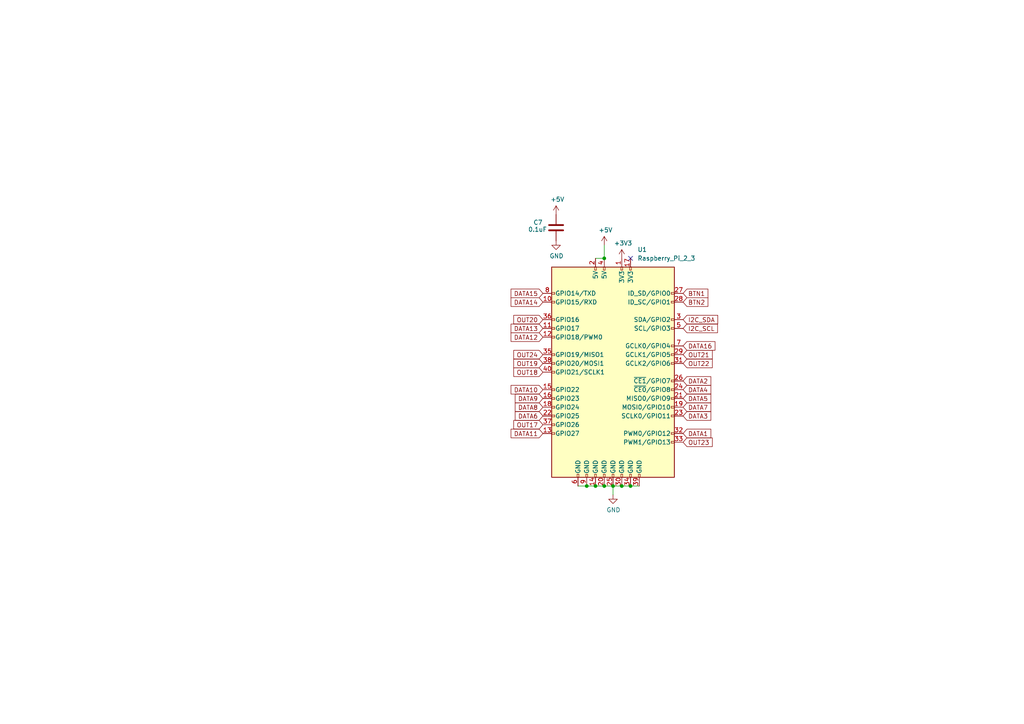
<source format=kicad_sch>
(kicad_sch (version 20211123) (generator eeschema)
  (paper "A4")
  (title_block (title "Pi_Zero_W_16") (date "2022-08-20") (rev "v1") (company "Scott Hanson"))
  (lib_symbols
    (symbol "Connector:Raspberry_Pi_2_3" (pin_names (offset 1.016))
      (property "Reference" "J" (at -17.78 31.75 0))
      (property "Value" "Raspberry_Pi_2_3" (at 10.16 -31.75 0))
      (symbol "Raspberry_Pi_2_3_0_1"
        (rectangle (start -17.78 30.48) (end 17.78 -30.48) (stroke (width 0.254)) (fill (type background)))
      )
      (symbol "Raspberry_Pi_2_3_1_1"
        (rectangle (start -16.891 -17.526) (end -17.78 -18.034))
        (rectangle (start -16.891 -14.986) (end -17.78 -15.494))
        (rectangle (start -16.891 -12.446) (end -17.78 -12.954))
        (rectangle (start -16.891 -9.906) (end -17.78 -10.414))
        (rectangle (start -16.891 -7.366) (end -17.78 -7.874))
        (rectangle (start -16.891 -4.826) (end -17.78 -5.334))
        (rectangle (start -16.891 0.254) (end -17.78 -0.254))
        (rectangle (start -16.891 2.794) (end -17.78 2.286))
        (rectangle (start -16.891 5.334) (end -17.78 4.826))
        (rectangle (start -16.891 10.414) (end -17.78 9.906))
        (rectangle (start -16.891 12.954) (end -17.78 12.446))
        (rectangle (start -16.891 15.494) (end -17.78 14.986))
        (rectangle (start -16.891 20.574) (end -17.78 20.066))
        (rectangle (start -16.891 23.114) (end -17.78 22.606))
        (rectangle (start -10.414 -29.591) (end -9.906 -30.48))
        (rectangle (start -7.874 -29.591) (end -7.366 -30.48))
        (rectangle (start -5.334 -29.591) (end -4.826 -30.48))
        (rectangle (start -5.334 30.48) (end -4.826 29.591))
        (rectangle (start -2.794 -29.591) (end -2.286 -30.48))
        (rectangle (start -2.794 30.48) (end -2.286 29.591))
        (rectangle (start -0.254 -29.591) (end 0.254 -30.48))
        (rectangle (start 2.286 -29.591) (end 2.794 -30.48))
        (rectangle (start 2.286 30.48) (end 2.794 29.591))
        (rectangle (start 4.826 -29.591) (end 5.334 -30.48))
        (rectangle (start 4.826 30.48) (end 5.334 29.591))
        (rectangle (start 7.366 -29.591) (end 7.874 -30.48))
        (rectangle (start 17.78 -20.066) (end 16.891 -20.574))
        (rectangle (start 17.78 -17.526) (end 16.891 -18.034))
        (rectangle (start 17.78 -12.446) (end 16.891 -12.954))
        (rectangle (start 17.78 -9.906) (end 16.891 -10.414))
        (rectangle (start 17.78 -7.366) (end 16.891 -7.874))
        (rectangle (start 17.78 -4.826) (end 16.891 -5.334))
        (rectangle (start 17.78 -2.286) (end 16.891 -2.794))
        (rectangle (start 17.78 2.794) (end 16.891 2.286))
        (rectangle (start 17.78 5.334) (end 16.891 4.826))
        (rectangle (start 17.78 7.874) (end 16.891 7.366))
        (rectangle (start 17.78 12.954) (end 16.891 12.446))
        (rectangle (start 17.78 15.494) (end 16.891 14.986))
        (rectangle (start 17.78 20.574) (end 16.891 20.066))
        (rectangle (start 17.78 23.114) (end 16.891 22.606))
        (pin power_in line (at 2.54 33.02 270) (length 2.54) (name "3V3") (number "1"))
        (pin bidirectional line (at -20.32 20.32 0) (length 2.54) (name "GPIO15/RXD") (number "10"))
        (pin bidirectional line (at -20.32 12.7 0) (length 2.54) (name "GPIO17") (number "11"))
        (pin bidirectional line (at -20.32 10.16 0) (length 2.54) (name "GPIO18/PWM0") (number "12"))
        (pin bidirectional line (at -20.32 -17.78 0) (length 2.54) (name "GPIO27") (number "13"))
        (pin power_in line (at -5.08 -33.02 90) (length 2.54) (name "GND") (number "14"))
        (pin bidirectional line (at -20.32 -5.08 0) (length 2.54) (name "GPIO22") (number "15"))
        (pin bidirectional line (at -20.32 -7.62 0) (length 2.54) (name "GPIO23") (number "16"))
        (pin power_in line (at 5.08 33.02 270) (length 2.54) (name "3V3") (number "17"))
        (pin bidirectional line (at -20.32 -10.16 0) (length 2.54) (name "GPIO24") (number "18"))
        (pin bidirectional line (at 20.32 -10.16 180) (length 2.54) (name "MOSI0/GPIO10") (number "19"))
        (pin power_in line (at -5.08 33.02 270) (length 2.54) (name "5V") (number "2"))
        (pin power_in line (at -2.54 -33.02 90) (length 2.54) (name "GND") (number "20"))
        (pin bidirectional line (at 20.32 -7.62 180) (length 2.54) (name "MISO0/GPIO9") (number "21"))
        (pin bidirectional line (at -20.32 -12.7 0) (length 2.54) (name "GPIO25") (number "22"))
        (pin bidirectional line (at 20.32 -12.7 180) (length 2.54) (name "SCLK0/GPIO11") (number "23"))
        (pin bidirectional line (at 20.32 -5.08 180) (length 2.54) (name "~{CE0}/GPIO8") (number "24"))
        (pin power_in line (at 0 -33.02 90) (length 2.54) (name "GND") (number "25"))
        (pin bidirectional line (at 20.32 -2.54 180) (length 2.54) (name "~{CE1}/GPIO7") (number "26"))
        (pin bidirectional line (at 20.32 22.86 180) (length 2.54) (name "ID_SD/GPIO0") (number "27"))
        (pin bidirectional line (at 20.32 20.32 180) (length 2.54) (name "ID_SC/GPIO1") (number "28"))
        (pin bidirectional line (at 20.32 5.08 180) (length 2.54) (name "GCLK1/GPIO5") (number "29"))
        (pin bidirectional line (at 20.32 15.24 180) (length 2.54) (name "SDA/GPIO2") (number "3"))
        (pin power_in line (at 2.54 -33.02 90) (length 2.54) (name "GND") (number "30"))
        (pin bidirectional line (at 20.32 2.54 180) (length 2.54) (name "GCLK2/GPIO6") (number "31"))
        (pin bidirectional line (at 20.32 -17.78 180) (length 2.54) (name "PWM0/GPIO12") (number "32"))
        (pin bidirectional line (at 20.32 -20.32 180) (length 2.54) (name "PWM1/GPIO13") (number "33"))
        (pin power_in line (at 5.08 -33.02 90) (length 2.54) (name "GND") (number "34"))
        (pin bidirectional line (at -20.32 5.08 0) (length 2.54) (name "GPIO19/MISO1") (number "35"))
        (pin bidirectional line (at -20.32 15.24 0) (length 2.54) (name "GPIO16") (number "36"))
        (pin bidirectional line (at -20.32 -15.24 0) (length 2.54) (name "GPIO26") (number "37"))
        (pin bidirectional line (at -20.32 2.54 0) (length 2.54) (name "GPIO20/MOSI1") (number "38"))
        (pin power_in line (at 7.62 -33.02 90) (length 2.54) (name "GND") (number "39"))
        (pin power_in line (at -2.54 33.02 270) (length 2.54) (name "5V") (number "4"))
        (pin bidirectional line (at -20.32 0 0) (length 2.54) (name "GPIO21/SCLK1") (number "40"))
        (pin bidirectional line (at 20.32 12.7 180) (length 2.54) (name "SCL/GPIO3") (number "5"))
        (pin power_in line (at -10.16 -33.02 90) (length 2.54) (name "GND") (number "6"))
        (pin bidirectional line (at 20.32 7.62 180) (length 2.54) (name "GCLK0/GPIO4") (number "7"))
        (pin bidirectional line (at -20.32 22.86 0) (length 2.54) (name "GPIO14/TXD") (number "8"))
        (pin power_in line (at -7.62 -33.02 90) (length 2.54) (name "GND") (number "9"))
      )
    )
    (symbol "Device:C" (pin_numbers hide) (pin_names (offset 0.254))
      (property "Reference" "C" (at 0.635 2.54 0))
      (property "Value" "C" (at 0.635 -2.54 0))
      (symbol "C_0_1"
        (polyline (pts (xy -2.032 -0.762) (xy 2.032 -0.762)) (stroke (width 0.508)))
        (polyline (pts (xy -2.032 0.762) (xy 2.032 0.762)) (stroke (width 0.508)))
      )
      (symbol "C_1_1"
        (pin passive line (at 0 3.81 270) (length 2.794) (name "~") (number "1"))
        (pin passive line (at 0 -3.81 90) (length 2.794) (name "~") (number "2"))
      )
    )
    (symbol "power:+3.3V" (power) (pin_names (offset 0))
      (property "Value" "+3.3V" (at 0 3.556 0))
      (symbol "+3.3V_0_1"
        (polyline (pts (xy -0.762 1.27) (xy 0 2.54)))
        (polyline (pts (xy 0 0) (xy 0 2.54)))
        (polyline (pts (xy 0 2.54) (xy 0.762 1.27)))
      )
      (symbol "+3.3V_1_1"
        (pin power_in line (at 0 0 90) (length 0) hide (name "+3V3") (number "1"))
      )
    )
    (symbol "power:+5V" (power) (pin_names (offset 0))
      (property "Value" "+5V" (at 0 3.556 0))
      (symbol "+5V_0_1"
        (polyline (pts (xy -0.762 1.27) (xy 0 2.54)))
        (polyline (pts (xy 0 0) (xy 0 2.54)))
        (polyline (pts (xy 0 2.54) (xy 0.762 1.27)))
      )
      (symbol "+5V_1_1"
        (pin power_in line (at 0 0 90) (length 0) hide (name "+5V") (number "1"))
      )
    )
    (symbol "power:GND" (power) (pin_names (offset 0))
      (property "Value" "GND" (at 0 -3.81 0))
      (symbol "GND_0_1"
        (polyline (pts (xy 0 0) (xy 0 -1.27) (xy 1.27 -1.27) (xy 0 -2.54) (xy -1.27 -1.27) (xy 0 -1.27)))
      )
      (symbol "GND_1_1"
        (pin power_in line (at 0 0 270) (length 0) hide (name "GND") (number "1"))
      )
    )
  )
  (junction (at 180.34 140.97))
  (junction (at 172.72 140.97))
  (junction (at 175.26 140.97))
  (junction (at 177.8 140.97))
  (junction (at 175.26 74.93))
  (junction (at 182.88 140.97))
  (junction (at 170.18 140.97))
  (no_connect (at 182.88 74.93))
  (wire (pts (xy 170.18 140.97) (xy 172.72 140.97)))
  (wire (pts (xy 172.72 140.97) (xy 175.26 140.97)))
  (wire (pts (xy 180.34 140.97) (xy 182.88 140.97)))
  (wire (pts (xy 177.8 140.97) (xy 180.34 140.97)))
  (wire (pts (xy 172.72 74.93) (xy 175.26 74.93)))
  (wire (pts (xy 175.26 71.12) (xy 175.26 74.93)))
  (wire (pts (xy 175.26 140.97) (xy 177.8 140.97)))
  (wire (pts (xy 177.8 140.97) (xy 177.8 143.51)))
  (wire (pts (xy 167.64 140.97) (xy 170.18 140.97)))
  (wire (pts (xy 182.88 140.97) (xy 185.42 140.97)))
  (global_label "DATA12" (shape input) (at 157.48 97.79 180) (property "Intersheet References" "${INTERSHEET_REFS}" (effects hide)))
  (global_label "OUT18" (shape input) (at 157.48 107.95 180) (property "Intersheet References" "${INTERSHEET_REFS}" (effects hide)))
  (global_label "OUT21" (shape input) (at 198.12 102.87 0) (property "Intersheet References" "${INTERSHEET_REFS}" (effects hide)))
  (global_label "OUT22" (shape input) (at 198.12 105.41 0) (property "Intersheet References" "${INTERSHEET_REFS}" (effects hide)))
  (global_label "DATA6" (shape input) (at 157.48 120.65 180) (property "Intersheet References" "${INTERSHEET_REFS}" (effects hide)))
  (global_label "DATA8" (shape input) (at 157.48 118.11 180) (property "Intersheet References" "${INTERSHEET_REFS}" (effects hide)))
  (global_label "DATA15" (shape input) (at 157.48 85.09 180) (property "Intersheet References" "${INTERSHEET_REFS}" (effects hide)))
  (global_label "DATA2" (shape input) (at 198.12 110.49 0) (property "Intersheet References" "${INTERSHEET_REFS}" (effects hide)))
  (global_label "I2C_SDA" (shape input) (at 198.12 92.71 0) (property "Intersheet References" "${INTERSHEET_REFS}" (effects hide)))
  (global_label "BTN1" (shape input) (at 198.12 85.09 0) (property "Intersheet References" "${INTERSHEET_REFS}" (effects hide)))
  (global_label "DATA13" (shape input) (at 157.48 95.25 180) (property "Intersheet References" "${INTERSHEET_REFS}" (effects hide)))
  (global_label "DATA4" (shape input) (at 198.12 113.03 0) (property "Intersheet References" "${INTERSHEET_REFS}" (effects hide)))
  (global_label "BTN2" (shape input) (at 198.12 87.63 0) (property "Intersheet References" "${INTERSHEET_REFS}" (effects hide)))
  (global_label "OUT23" (shape input) (at 198.12 128.27 0) (property "Intersheet References" "${INTERSHEET_REFS}" (effects hide)))
  (global_label "OUT17" (shape input) (at 157.48 123.19 180) (property "Intersheet References" "${INTERSHEET_REFS}" (effects hide)))
  (global_label "OUT19" (shape input) (at 157.48 105.41 180) (property "Intersheet References" "${INTERSHEET_REFS}" (effects hide)))
  (global_label "DATA5" (shape input) (at 198.12 115.57 0) (property "Intersheet References" "${INTERSHEET_REFS}" (effects hide)))
  (global_label "DATA14" (shape input) (at 157.48 87.63 180) (property "Intersheet References" "${INTERSHEET_REFS}" (effects hide)))
  (global_label "DATA11" (shape input) (at 157.48 125.73 180) (property "Intersheet References" "${INTERSHEET_REFS}" (effects hide)))
  (global_label "OUT20" (shape input) (at 157.48 92.71 180) (property "Intersheet References" "${INTERSHEET_REFS}" (effects hide)))
  (global_label "DATA16" (shape input) (at 198.12 100.33 0) (property "Intersheet References" "${INTERSHEET_REFS}" (effects hide)))
  (global_label "OUT24" (shape input) (at 157.48 102.87 180) (property "Intersheet References" "${INTERSHEET_REFS}" (effects hide)))
  (global_label "DATA9" (shape input) (at 157.48 115.57 180) (property "Intersheet References" "${INTERSHEET_REFS}" (effects hide)))
  (global_label "DATA10" (shape input) (at 157.48 113.03 180) (property "Intersheet References" "${INTERSHEET_REFS}" (effects hide)))
  (global_label "DATA3" (shape input) (at 198.12 120.65 0) (property "Intersheet References" "${INTERSHEET_REFS}" (effects hide)))
  (global_label "I2C_SCL" (shape input) (at 198.12 95.25 0) (property "Intersheet References" "${INTERSHEET_REFS}" (effects hide)))
  (global_label "DATA7" (shape input) (at 198.12 118.11 0) (property "Intersheet References" "${INTERSHEET_REFS}" (effects hide)))
  (global_label "DATA1" (shape input) (at 198.12 125.73 0) (property "Intersheet References" "${INTERSHEET_REFS}" (effects hide)))
  (symbol (lib_id "power:+5V") (at 161.29 62.23 0) (unit 1)
    (property "Reference" "#PWR0127" (effects hide))
    (property "Value" "+5V" (at 161.671 57.8358 0))
  )
  (symbol (lib_id "power:GND") (at 177.8 143.51 0) (unit 1)
    (property "Reference" "#PWR0130" (effects hide))
    (property "Value" "GND" (at 177.927 147.9042 0))
  )
  (symbol (lib_id "Device:C") (at 161.29 66.04 0) (unit 1)
    (property "Reference" "C7" (at 154.686 64.516 0) (effects (justify left)))
    (property "Value" "0.1uF" (at 153.162 66.548 0) (effects (justify left)))
    (property "Footprint" "Capacitor_SMD:C_0603_1608Metric_Pad1.08x0.95mm_HandSolder" (effects hide))
  )
  (symbol (lib_id "power:GND") (at 161.29 69.85 0) (unit 1)
    (property "Reference" "#PWR0132" (effects hide))
    (property "Value" "GND" (at 161.417 74.2442 0))
  )
  (symbol (lib_id "power:+3.3V") (at 180.34 74.93 0) (unit 1)
    (property "Reference" "#PWR0133" (effects hide))
    (property "Value" "+3.3V" (at 180.721 70.5358 0))
  )
  (symbol (lib_id "Connector:Raspberry_Pi_2_3") (at 177.8 107.95 0) (unit 1)
    (property "Reference" "U1" (at 184.8994 72.39 0) (effects (justify left)))
    (property "Value" "Raspberry_Pi_2_3" (at 184.8994 74.93 0) (effects (justify left)))
    (property "Footprint" "Module:Raspberry_Pi_Zero_Socketed_THT_FaceDown_MountingHoles" (effects hide))
    (property "Datasheet" "https://www.raspberrypi.org/documentation/hardware/raspberrypi/schematics/rpi_SCH_3bplus_1p0_reduced.pdf" (effects hide))
  )
  (symbol (lib_id "power:+5V") (at 175.26 71.12 0) (unit 1)
    (property "Reference" "#PWR07" (effects hide))
    (property "Value" "+5V" (at 175.641 66.7258 0))
  )
)
</source>
